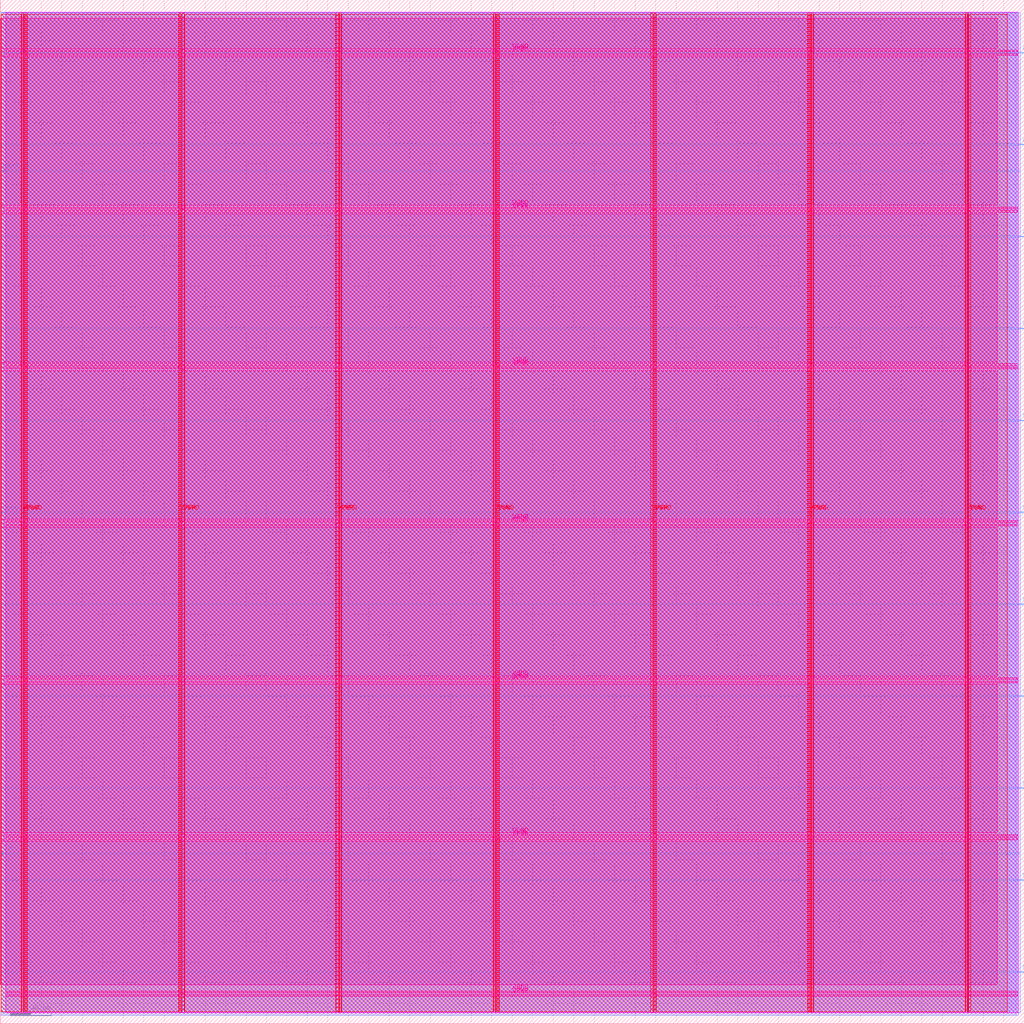
<source format=lef>
VERSION 5.7 ;
  NOWIREEXTENSIONATPIN ON ;
  DIVIDERCHAR "/" ;
  BUSBITCHARS "[]" ;
MACRO top_module_project6
  CLASS BLOCK ;
  FOREIGN top_module_project6 ;
  ORIGIN 0.000 0.000 ;
  SIZE 1000.000 BY 1000.000 ;
  PIN VGND
    DIRECTION INOUT ;
    USE GROUND ;
    PORT
      LAYER met4 ;
        RECT 24.340 10.640 25.940 987.600 ;
    END
    PORT
      LAYER met4 ;
        RECT 177.940 10.640 179.540 987.600 ;
    END
    PORT
      LAYER met4 ;
        RECT 331.540 10.640 333.140 987.600 ;
    END
    PORT
      LAYER met4 ;
        RECT 485.140 10.640 486.740 987.600 ;
    END
    PORT
      LAYER met4 ;
        RECT 638.740 10.640 640.340 987.600 ;
    END
    PORT
      LAYER met4 ;
        RECT 792.340 10.640 793.940 987.600 ;
    END
    PORT
      LAYER met4 ;
        RECT 945.940 10.640 947.540 987.600 ;
    END
    PORT
      LAYER met5 ;
        RECT 5.280 30.030 994.300 31.630 ;
    END
    PORT
      LAYER met5 ;
        RECT 5.280 183.210 994.300 184.810 ;
    END
    PORT
      LAYER met5 ;
        RECT 5.280 336.390 994.300 337.990 ;
    END
    PORT
      LAYER met5 ;
        RECT 5.280 489.570 994.300 491.170 ;
    END
    PORT
      LAYER met5 ;
        RECT 5.280 642.750 994.300 644.350 ;
    END
    PORT
      LAYER met5 ;
        RECT 5.280 795.930 994.300 797.530 ;
    END
    PORT
      LAYER met5 ;
        RECT 5.280 949.110 994.300 950.710 ;
    END
  END VGND
  PIN VPWR
    DIRECTION INOUT ;
    USE POWER ;
    PORT
      LAYER met4 ;
        RECT 21.040 10.640 22.640 987.600 ;
    END
    PORT
      LAYER met4 ;
        RECT 174.640 10.640 176.240 987.600 ;
    END
    PORT
      LAYER met4 ;
        RECT 328.240 10.640 329.840 987.600 ;
    END
    PORT
      LAYER met4 ;
        RECT 481.840 10.640 483.440 987.600 ;
    END
    PORT
      LAYER met4 ;
        RECT 635.440 10.640 637.040 987.600 ;
    END
    PORT
      LAYER met4 ;
        RECT 789.040 10.640 790.640 987.600 ;
    END
    PORT
      LAYER met4 ;
        RECT 942.640 10.640 944.240 987.600 ;
    END
    PORT
      LAYER met5 ;
        RECT 5.280 26.730 994.300 28.330 ;
    END
    PORT
      LAYER met5 ;
        RECT 5.280 179.910 994.300 181.510 ;
    END
    PORT
      LAYER met5 ;
        RECT 5.280 333.090 994.300 334.690 ;
    END
    PORT
      LAYER met5 ;
        RECT 5.280 486.270 994.300 487.870 ;
    END
    PORT
      LAYER met5 ;
        RECT 5.280 639.450 994.300 641.050 ;
    END
    PORT
      LAYER met5 ;
        RECT 5.280 792.630 994.300 794.230 ;
    END
    PORT
      LAYER met5 ;
        RECT 5.280 945.810 994.300 947.410 ;
    END
  END VPWR
  PIN an[0]
    DIRECTION OUTPUT ;
    USE SIGNAL ;
    ANTENNADIFFAREA 0.445500 ;
    PORT
      LAYER met3 ;
        RECT 996.000 947.960 1000.000 948.560 ;
    END
  END an[0]
  PIN an[1]
    DIRECTION OUTPUT ;
    USE SIGNAL ;
    ANTENNADIFFAREA 0.445500 ;
    PORT
      LAYER met3 ;
        RECT 996.000 858.200 1000.000 858.800 ;
    END
  END an[1]
  PIN an[2]
    DIRECTION OUTPUT ;
    USE SIGNAL ;
    ANTENNADIFFAREA 0.445500 ;
    PORT
      LAYER met3 ;
        RECT 996.000 768.440 1000.000 769.040 ;
    END
  END an[2]
  PIN an[3]
    DIRECTION OUTPUT ;
    USE SIGNAL ;
    ANTENNADIFFAREA 0.445500 ;
    PORT
      LAYER met3 ;
        RECT 996.000 678.680 1000.000 679.280 ;
    END
  END an[3]
  PIN clk
    DIRECTION INPUT ;
    USE SIGNAL ;
    ANTENNAGATEAREA 0.852000 ;
    PORT
      LAYER met3 ;
        RECT 0.000 165.960 4.000 166.560 ;
    END
  END clk
  PIN control
    DIRECTION INPUT ;
    USE SIGNAL ;
    ANTENNAGATEAREA 0.990000 ;
    PORT
      LAYER met3 ;
        RECT 0.000 832.360 4.000 832.960 ;
    END
  END control
  PIN reset
    DIRECTION INPUT ;
    USE SIGNAL ;
    ANTENNAGATEAREA 0.990000 ;
    PORT
      LAYER met3 ;
        RECT 0.000 499.160 4.000 499.760 ;
    END
  END reset
  PIN seg_out[0]
    DIRECTION OUTPUT ;
    USE SIGNAL ;
    ANTENNADIFFAREA 0.445500 ;
    PORT
      LAYER met3 ;
        RECT 996.000 588.920 1000.000 589.520 ;
    END
  END seg_out[0]
  PIN seg_out[1]
    DIRECTION OUTPUT ;
    USE SIGNAL ;
    ANTENNADIFFAREA 0.445500 ;
    PORT
      LAYER met3 ;
        RECT 996.000 499.160 1000.000 499.760 ;
    END
  END seg_out[1]
  PIN seg_out[2]
    DIRECTION OUTPUT ;
    USE SIGNAL ;
    ANTENNADIFFAREA 0.445500 ;
    PORT
      LAYER met3 ;
        RECT 996.000 409.400 1000.000 410.000 ;
    END
  END seg_out[2]
  PIN seg_out[3]
    DIRECTION OUTPUT ;
    USE SIGNAL ;
    ANTENNADIFFAREA 0.445500 ;
    PORT
      LAYER met3 ;
        RECT 996.000 319.640 1000.000 320.240 ;
    END
  END seg_out[3]
  PIN seg_out[4]
    DIRECTION OUTPUT ;
    USE SIGNAL ;
    ANTENNADIFFAREA 0.445500 ;
    PORT
      LAYER met3 ;
        RECT 996.000 229.880 1000.000 230.480 ;
    END
  END seg_out[4]
  PIN seg_out[5]
    DIRECTION OUTPUT ;
    USE SIGNAL ;
    ANTENNADIFFAREA 0.445500 ;
    PORT
      LAYER met3 ;
        RECT 996.000 140.120 1000.000 140.720 ;
    END
  END seg_out[5]
  PIN seg_out[6]
    DIRECTION OUTPUT ;
    USE SIGNAL ;
    ANTENNADIFFAREA 0.445500 ;
    PORT
      LAYER met3 ;
        RECT 996.000 50.360 1000.000 50.960 ;
    END
  END seg_out[6]
  OBS
      LAYER nwell ;
        RECT 5.330 10.795 994.250 987.550 ;
      LAYER li1 ;
        RECT 5.520 10.795 994.060 987.445 ;
      LAYER met1 ;
        RECT 0.990 8.540 994.060 988.000 ;
      LAYER met2 ;
        RECT 1.010 8.510 992.130 988.030 ;
      LAYER met3 ;
        RECT 0.985 948.960 996.000 987.525 ;
        RECT 0.985 947.560 995.600 948.960 ;
        RECT 0.985 859.200 996.000 947.560 ;
        RECT 0.985 857.800 995.600 859.200 ;
        RECT 0.985 833.360 996.000 857.800 ;
        RECT 4.400 831.960 996.000 833.360 ;
        RECT 0.985 769.440 996.000 831.960 ;
        RECT 0.985 768.040 995.600 769.440 ;
        RECT 0.985 679.680 996.000 768.040 ;
        RECT 0.985 678.280 995.600 679.680 ;
        RECT 0.985 589.920 996.000 678.280 ;
        RECT 0.985 588.520 995.600 589.920 ;
        RECT 0.985 500.160 996.000 588.520 ;
        RECT 4.400 498.760 995.600 500.160 ;
        RECT 0.985 410.400 996.000 498.760 ;
        RECT 0.985 409.000 995.600 410.400 ;
        RECT 0.985 320.640 996.000 409.000 ;
        RECT 0.985 319.240 995.600 320.640 ;
        RECT 0.985 230.880 996.000 319.240 ;
        RECT 0.985 229.480 995.600 230.880 ;
        RECT 0.985 166.960 996.000 229.480 ;
        RECT 4.400 165.560 996.000 166.960 ;
        RECT 0.985 141.120 996.000 165.560 ;
        RECT 0.985 139.720 995.600 141.120 ;
        RECT 0.985 51.360 996.000 139.720 ;
        RECT 0.985 49.960 995.600 51.360 ;
        RECT 0.985 10.715 996.000 49.960 ;
      LAYER met4 ;
        RECT 0.790 11.735 20.640 985.825 ;
        RECT 23.040 11.735 23.940 985.825 ;
        RECT 26.340 11.735 174.240 985.825 ;
        RECT 176.640 11.735 177.540 985.825 ;
        RECT 179.940 11.735 327.840 985.825 ;
        RECT 330.240 11.735 331.140 985.825 ;
        RECT 333.540 11.735 481.440 985.825 ;
        RECT 483.840 11.735 484.740 985.825 ;
        RECT 487.140 11.735 635.040 985.825 ;
        RECT 637.440 11.735 638.340 985.825 ;
        RECT 640.740 11.735 788.640 985.825 ;
        RECT 791.040 11.735 791.940 985.825 ;
        RECT 794.340 11.735 942.240 985.825 ;
        RECT 944.640 11.735 945.540 985.825 ;
        RECT 947.940 11.735 983.185 985.825 ;
      LAYER met5 ;
        RECT 0.580 952.310 973.700 981.700 ;
        RECT 0.580 944.210 3.680 952.310 ;
        RECT 0.580 799.130 973.700 944.210 ;
        RECT 0.580 791.030 3.680 799.130 ;
        RECT 0.580 645.950 973.700 791.030 ;
        RECT 0.580 637.850 3.680 645.950 ;
        RECT 0.580 492.770 973.700 637.850 ;
        RECT 0.580 484.670 3.680 492.770 ;
        RECT 0.580 339.590 973.700 484.670 ;
        RECT 0.580 331.490 3.680 339.590 ;
        RECT 0.580 186.410 973.700 331.490 ;
        RECT 0.580 178.310 3.680 186.410 ;
        RECT 0.580 38.300 973.700 178.310 ;
  END
END top_module_project6
END LIBRARY


</source>
